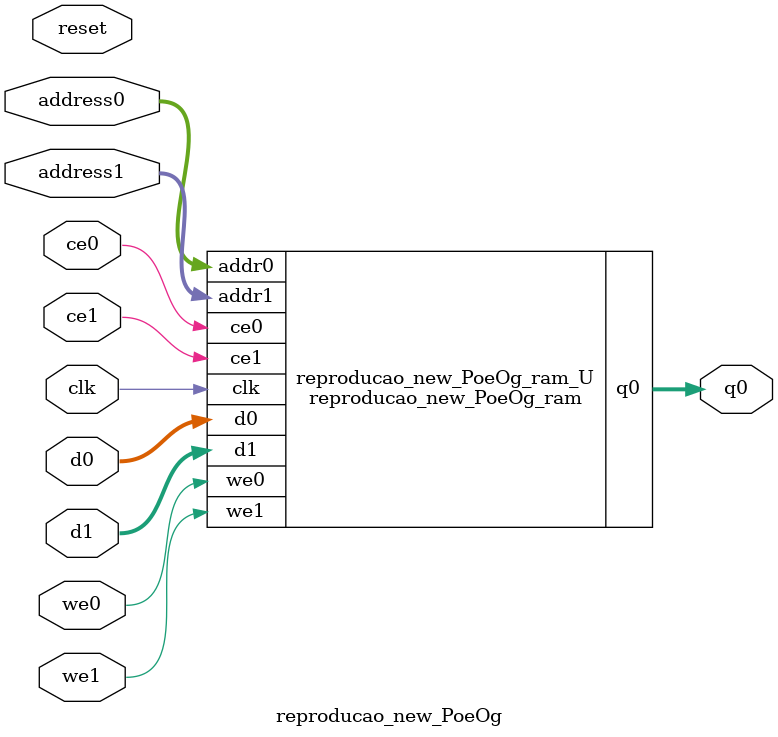
<source format=v>

`timescale 1 ns / 1 ps
module reproducao_new_PoeOg_ram (addr0, ce0, d0, we0, q0, addr1, ce1, d1, we1,  clk);

parameter DWIDTH = 28;
parameter AWIDTH = 8;
parameter MEM_SIZE = 200;

input[AWIDTH-1:0] addr0;
input ce0;
input[DWIDTH-1:0] d0;
input we0;
output reg[DWIDTH-1:0] q0;
input[AWIDTH-1:0] addr1;
input ce1;
input[DWIDTH-1:0] d1;
input we1;
input clk;

(* ram_style = "block" *)reg [DWIDTH-1:0] ram[0:MEM_SIZE-1];




always @(posedge clk)  
begin 
    if (ce0) 
    begin
        if (we0) 
        begin 
            ram[addr0] <= d0; 
            q0 <= d0;
        end 
        else 
            q0 <= ram[addr0];
    end
end


always @(posedge clk)  
begin 
    if (ce1) 
    begin
        if (we1) 
        begin 
            ram[addr1] <= d1; 
        end 
    end
end


endmodule


`timescale 1 ns / 1 ps
module reproducao_new_PoeOg(
    reset,
    clk,
    address0,
    ce0,
    we0,
    d0,
    q0,
    address1,
    ce1,
    we1,
    d1);

parameter DataWidth = 32'd28;
parameter AddressRange = 32'd200;
parameter AddressWidth = 32'd8;
input reset;
input clk;
input[AddressWidth - 1:0] address0;
input ce0;
input we0;
input[DataWidth - 1:0] d0;
output[DataWidth - 1:0] q0;
input[AddressWidth - 1:0] address1;
input ce1;
input we1;
input[DataWidth - 1:0] d1;



reproducao_new_PoeOg_ram reproducao_new_PoeOg_ram_U(
    .clk( clk ),
    .addr0( address0 ),
    .ce0( ce0 ),
    .d0( d0 ),
    .we0( we0 ),
    .q0( q0 ),
    .addr1( address1 ),
    .ce1( ce1 ),
    .d1( d1 ),
    .we1( we1 ));

endmodule


</source>
